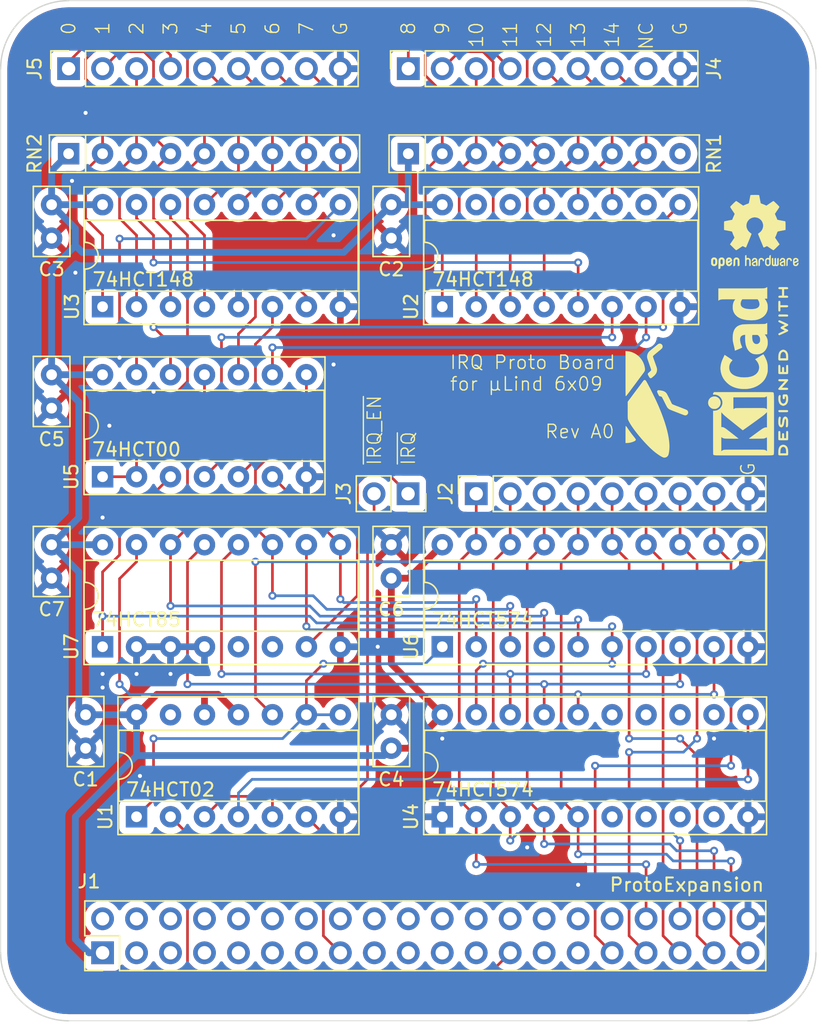
<source format=kicad_pcb>
(kicad_pcb (version 20240108) (generator "pcbnew") (generator_version "8.0")
  (layers (0 "F.Cu" signal) (31 "B.Cu" signal) (34 "B.Paste" user) (35 "F.Paste" user) (36 "B.SilkS" user "B.Silkscreen") (37 "F.SilkS" user "F.Silkscreen") (38 "B.Mask" user) (39 "F.Mask" user) (44 "Edge.Cuts" user))
  (net 0 "")
  (net 1 "GND")
  (net 2 "VCC")
  (net 3 "/D5")
  (net 5 "/~{WR}")
  (net 7 "/D4")
  (net 8 "/D1")
  (net 11 "/D0")
  (net 13 "/D7")
  (net 14 "/D6")
  (net 15 "/D2")
  (net 17 "/~{RD}")
  (net 18 "/D3")
  (net 20 "/~{IRQ_EN}")
  (net 21 "/~{IRQ}")
  (net 23 "Net-(U4-Cp)")
  (net 24 "Net-(U6-Cp)")
  (net 25 "Net-(U6-OE)")
  (net 26 "Net-(U2-S2)")
  (net 27 "Net-(U2-EI)")
  (net 30 "Net-(U2-S0)")
  (net 31 "Net-(U2-S1)")
  (net 33 "Net-(U3-S0)")
  (net 34 "Net-(U3-S1)")
  (net 35 "Net-(U3-S2)")
  (net 36 "Net-(U3-GS)")
  (net 42 "Net-(U4-Q1)")
  (net 43 "Net-(U4-Q0)")
  (net 44 "Net-(U4-Q2)")
  (net 47 "Net-(U4-Q3)")
  (net 49 "Net-(U6-D1)")
  (net 50 "Net-(U6-D0)")
  (net 51 "Net-(U6-D3)")
  (net 52 "Net-(U6-D2)")
  (net 56 "~{IRQ_13}")
  (net 57 "~{IRQ_8}")
  (net 58 "~{IRQ_10}")
  (net 59 "~{IRQ_9}")
  (net 60 "~{IRQ_11}")
  (net 61 "~{IRQ_14}")
  (net 62 "~{IRQ_12}")
  (net 63 "~{IRQ_5}")
  (net 64 "~{IRQ_3}")
  (net 65 "~{IRQ_0}")
  (net 66 "~{IRQ_1}")
  (net 67 "~{IRQ_6}")
  (net 68 "~{IRQ_7}")
  (net 69 "~{IRQ_2}")
  (net 70 "~{IRQ_4}")
  (footprint "Connector_PinSocket_2.54mm:PinSocket_1x09_P2.54mm_Vertical" (layer "F.Cu") (at 129.54 73.66 90)
    (property "Reference" "J5")
    (property "Value" "High IRQ" (hide yes))
  )
  (footprint "Symbol:OSHW-Logo2_7.3x6mm_SilkScreen" (layer "F.Cu") (at 180.848 85.852)
    (property "Reference" "REF**" (hide yes))
    (property "Value" "OSHW-Logo2_7.3x6mm_SilkScreen" (hide yes))
  )
  (footprint "Capacitor_THT:C_Disc_D5.0mm_W2.5mm_P2.50mm" (layer "F.Cu") (at 153.67 83.82 -90)
    (property "Reference" "C2")
    (property "Value" "100n" (hide yes))
  )
  (footprint "Connector_PinHeader_2.54mm:PinHeader_2x20_P2.54mm_Vertical" (layer "F.Cu") (at 132.08 139.7 90)
    (property "Reference" "J1")
    (property "Value" "ProtoExpansion")
  )
  (footprint "Package_DIP:DIP-16_W7.62mm_Socket" (layer "F.Cu") (at 132.08 116.84 90)
    (property "Reference" "U7")
    (property "Value" "74HCT85")
  )
  (footprint "Capacitor_THT:C_Disc_D5.0mm_W2.5mm_P2.50mm" (layer "F.Cu") (at 153.67 124.42 90)
    (property "Reference" "C4")
    (property "Value" "100n" (hide yes))
  )
  (footprint "Capacitor_THT:C_Disc_D5.0mm_W2.5mm_P2.50mm" (layer "F.Cu") (at 128.27 83.82 -90)
    (property "Reference" "C3")
    (property "Value" "100n" (hide yes))
  )
  (footprint "Connector_PinSocket_2.54mm:PinSocket_1x09_P2.54mm_Vertical" (layer "F.Cu") (at 154.94 73.66 90)
    (property "Reference" "J4")
    (property "Value" "Low IRQ" (hide yes))
  )
  (footprint "Package_DIP:DIP-16_W7.62mm_Socket" (layer "F.Cu") (at 132.08 91.44 90)
    (property "Reference" "U3")
    (property "Value" "74HCT148")
  )
  (footprint "Package_DIP:DIP-16_W7.62mm_Socket" (layer "F.Cu") (at 157.48 91.44 90)
    (property "Reference" "U2")
    (property "Value" "74HCT148")
  )
  (footprint "Resistor_THT:R_Array_SIP9" (layer "F.Cu") (at 129.54 80.01)
    (property "Reference" "RN2")
    (property "Value" "R_Network08" (hide yes))
  )
  (footprint "Package_DIP:DIP-14_W7.62mm_Socket" (layer "F.Cu") (at 132.08 104.14 90)
    (property "Reference" "U5")
    (property "Value" "74HCT00")
  )
  (footprint "Capacitor_THT:C_Disc_D5.0mm_W2.5mm_P2.50mm" (layer "F.Cu") (at 130.81 121.92 -90)
    (property "Reference" "C1")
    (property "Value" "100n" (hide yes))
  )
  (footprint "Capacitor_THT:C_Disc_D5.0mm_W2.5mm_P2.50mm" (layer "F.Cu") (at 153.67 111.72 90)
    (property "Reference" "C6")
    (property "Value" "100n" (hide yes))
  )
  (footprint "Capacitor_THT:C_Disc_D5.0mm_W2.5mm_P2.50mm" (layer "F.Cu") (at 128.27 109.22 -90)
    (property "Reference" "C7")
    (property "Value" "100n" (hide yes))
  )
  (footprint "Connector_PinSocket_2.54mm:PinSocket_1x09_P2.54mm_Vertical" (layer "F.Cu") (at 160.02 105.41 90)
    (property "Reference" "J2")
    (property "Value" "DataValue" (hide yes))
  )
  (footprint "Resistor_THT:R_Array_SIP9" (layer "F.Cu") (at 154.94 80.01)
    (property "Reference" "RN1")
    (property "Value" "R_Network08")
  )
  (footprint "Package_DIP:DIP-20_W7.62mm_Socket" (layer "F.Cu") (at 157.48 116.84 90)
    (property "Reference" "U6")
    (property "Value" "74HCT574")
  )
  (footprint "Connector_PinSocket_2.54mm:PinSocket_1x02_P2.54mm_Vertical" (layer "F.Cu") (at 154.92 105.41 -90)
    (property "Reference" "J3")
    (property "Value" "AUX" (hide yes))
  )
  (footprint "Symbol:KiCad-Logo2_5mm_SilkScreen" (layer "F.Cu") (at 180.34 96.266 90)
    (property "Reference" "REF**" (hide yes))
    (property "Value" "KiCad-Logo2_5mm_SilkScreen" (hide yes))
  )
  (footprint "kicad-lib:fly_6mm" (layer "F.Cu") (at 173.482 98.552)
    (property "Reference" "G***" (hide yes))
    (property "Value" "LOGO" (hide yes))
  )
  (footprint "Package_DIP:DIP-20_W7.62mm_Socket" (layer "F.Cu") (at 157.48 129.54 90)
    (property "Reference" "U4")
    (property "Value" "74HCT574")
  )
  (footprint "Package_DIP:DIP-14_W7.62mm_Socket" (layer "F.Cu") (at 134.62 129.54 90)
    (property "Reference" "U1")
    (property "Value" "74HCT02")
  )
  (footprint "Capacitor_THT:C_Disc_D5.0mm_W2.5mm_P2.50mm" (layer "F.Cu") (at 128.27 96.52 -90)
    (property "Reference" "C5")
    (property "Value" "100n" (hide yes))
  )
  (gr_line (start 185.420002 73.659998) (end 185.420002 139.700002) (stroke (width 0.05)) (layer "Edge.Cuts"))
  (gr_line (start 180.340002 68.579998) (end 129.539998 68.579998) (stroke (width 0.05)) (layer "Edge.Cuts"))
  (gr_arc (start 180.340002 68.579998) (mid 183.932104 70.067896) (end 185.420002 73.659998) (stroke (width 0.1)) (layer "Edge.Cuts"))
  (gr_arc (start 185.420002 139.700002) (mid 183.932104 143.292104) (end 180.340002 144.780002) (stroke (width 0.1)) (layer "Edge.Cuts"))
  (gr_arc (start 129.54 144.78) (mid 125.947898 143.292102) (end 124.46 139.7) (stroke (width 0.1)) (layer "Edge.Cuts"))
  (gr_line (start 129.54 144.78) (end 180.340002 144.780002) (stroke (width 0.05)) (layer "Edge.Cuts"))
  (gr_arc (start 124.459998 73.659998) (mid 125.947896 70.067896) (end 129.539998 68.579998) (stroke (width 0.1)) (layer "Edge.Cuts"))
  (gr_line (start 124.459998 73.659998) (end 124.46 139.7) (stroke (width 0.05)) (layer "Edge.Cuts"))
  (gr_text "2024-07-27" (at 126.492 116.84 -90) (layer "F.Cu") (effects (font (size 1 1) (thickness 0.1)) (justify left bottom)))
  (gr_text "~{IRQ}" (at 154.94 103.353 90) (layer "F.SilkS") (effects (font (size 1 1) (thickness 0.1)) (justify left)))
  (gr_text "IRQ Proto Board\nfor µLind 6x09" (at 157.988 97.79 0) (layer "F.SilkS") (effects (font (size 1 1) (thickness 0.1)) (justify left bottom)))
  (gr_text "9" (at 157.48 70.104 90) (layer "F.SilkS") (effects (font (size 1.016 1.016) (thickness 0.1016) (bold yes)) (justify right)))
  (gr_text "10" (at 160.02 70.104 90) (layer "F.SilkS") (effects (font (size 1.016 1.016) (thickness 0.1016) (bold yes)) (justify right)))
  (gr_text "G" (at 149.86 70.104 90) (layer "F.SilkS") (effects (font (size 1.016 1.016) (thickness 0.1016) (bold yes)) (justify right)))
  (gr_text "12" (at 165.1 70.104 90) (layer "F.SilkS") (effects (font (size 1.016 1.016) (thickness 0.1016) (bold yes)) (justify right)))
  (gr_text "8" (at 154.94 70.104 90) (layer "F.SilkS") (effects (font (size 1.016 1.016) (thickness 0.1016) (bold yes)) (justify right)))
  (gr_text "Rev A0" (at 165.1 101.346 0) (layer "F.SilkS") (effects (font (size 1 1) (thickness 0.1)) (justify left bottom)))
  (gr_text "NC" (at 172.72 70.104 90) (layer "F.SilkS") (effects (font (size 1.016 1.016) (thickness 0.1016) (bold yes)) (justify right)))
  (gr_text "7" (at 147.32 70.104 90) (layer "F.SilkS") (effects (font (size 1.016 1.016) (thickness 0.1016) (bold yes)) (justify right)))
  (gr_text "1" (at 132.08 70.104 90) (layer "F.SilkS") (effects (font (size 1.016 1.016) (thickness 0.1016) (bold yes)) (justify right)))
  (gr_text "11" (at 162.56 70.104 90) (layer "F.SilkS") (effects (font (size 1.016 1.016) (thickness 0.1016) (bold yes)) (justify right)))
  (gr_text "6" (at 144.78 70.104 90) (layer "F.SilkS") (effects (font (size 1.016 1.016) (thickness 0.1016) (bold yes)) (justify right)))
  (gr_text "14" (at 170.18 70.104 90) (layer "F.SilkS") (effects (font (size 1.016 1.016) (thickness 0.1016) (bold yes)) (justify right)))
  (gr_text "0" (at 129.54 70.104 90) (layer "F.SilkS") (effects (font (size 1.016 1.016) (thickness 0.1016) (bold yes)) (justify right)))
  (gr_text "G" (at 180.9215 104.14 90) (layer "F.SilkS") (effects (font (size 1 1) (thickness 0.1)) (justify left bottom)))
  (gr_text "~{IRQ_EN}" (at 152.4 103.353 90) (layer "F.SilkS") (effects (font (size 1 1) (thickness 0.1)) (justify left)))
  (gr_text "4" (at 139.7 70.104 90) (layer "F.SilkS") (effects (font (size 1.016 1.016) (thickness 0.1016) (bold yes)) (justify right)))
  (gr_text "13" (at 167.64 70.104 90) (layer "F.SilkS") (effects (font (size 1.016 1.016) (thickness 0.1016) (bold yes)) (justify right)))
  (gr_text "2" (at 134.62 70.104 90) (layer "F.SilkS") (effects (font (size 1.016 1.016) (thickness 0.1016) (bold yes)) (justify right)))
  (gr_text "5" (at 142.24 70.104 90) (layer "F.SilkS") (effects (font (size 1.016 1.016) (thickness 0.1016) (bold yes)) (justify right)))
  (gr_text "G" (at 175.26 70.104 90) (layer "F.SilkS") (effects (font (size 1.016 1.016) (thickness 0.1016) (bold yes)) (justify right)))
  (gr_text "3" (at 137.16 70.104 90) (layer "F.SilkS") (effects (font (size 1.016 1.016) (thickness 0.1016) (bold yes)) (justify right)))
  (via (at 157.48 123.698) (size 0.6) (drill 0.3) (layers "F.Cu" "B.Cu") (net 1))
  (via (at 167.64 134.62) (size 0.6) (drill 0.3) (layers "F.Cu" "B.Cu") (net 1))
  (via (at 149.352 95.758) (size 0.6) (drill 0.3) (layers "F.Cu" "B.Cu") (net 1))
  (via (at 152.654 116.84) (size 0.6) (drill 0.3) (layers "F.Cu" "B.Cu") (net 1))
  (via (at 149.352 86.106) (size 0.6) (drill 0.3) (layers "F.Cu" "B.Cu") (net 1))
  (via (at 137.16 118.872) (size 0.6) (drill 0.3) (layers "F.Cu" "B.Cu") (net 1))
  (via (at 177.8 123.698) (size 0.6) (drill 0.3) (layers "F.Cu" "B.Cu") (net 1))
  (via (at 132.08 119.888) (size 0.6) (drill 0.3) (layers "F.Cu" "B.Cu") (net 1))
  (via (at 132.08 107.188) (size 0.6) (drill 0.3) (layers "F.Cu" "B.Cu") (net 1))
  (via (at 163.83 131.826) (size 0.6) (drill 0.3) (layers "F.Cu" "B.Cu") (net 1))
  (via (at 134.62 118.872) (size 0.6) (drill 0.3) (layers "F.Cu" "B.Cu") (net 1))
  (via (at 134.874 126.492) (size 0.6) (drill 0.3) (layers "F.Cu" "B.Cu") (net 1))
  (via (at 130.048 88.9) (size 0.6) (drill 0.3) (layers "F.Cu" "B.Cu") (net 1))
  (via (at 132.08 118.872) (size 0.6) (drill 0.3) (layers "F.Cu" "B.Cu") (net 1))
  (via (at 132.588 100.33) (size 0.6) (drill 0.3) (layers "F.Cu" "B.Cu") (net 1))
  (via (at 130.81 76.962) (size 0.6) (drill 0.3) (layers "F.Cu" "B.Cu") (net 1))
  (via (at 133.35 95.25) (size 0.6) (drill 0.3) (layers "F.Cu" "B.Cu") (net 1))
  (via (at 129.794 82.042) (size 0.6) (drill 0.3) (layers "F.Cu" "B.Cu") (net 1))
  (via (at 135.89 97.79) (size 0.6) (drill 0.3) (layers "F.Cu" "B.Cu") (net 1))
  (segment (start 139.7 120.396) (end 139.7 121.92) (width 0.508) (layer "F.Cu") (net 2))
  (segment (start 134.62 121.92) (end 136.144 120.396) (width 0.508) (layer "F.Cu") (net 2))
  (segment (start 139.7 120.396) (end 140.716 120.396) (width 0.508) (layer "F.Cu") (net 2))
  (segment (start 153.67 118.11) (end 153.67 111.72) (width 0.508) (layer "F.Cu") (net 2))
  (segment (start 154.98 124.42) (end 153.67 124.42) (width 0.508) (layer "F.Cu") (net 2))
  (segment (start 154.98 111.72) (end 157.48 109.22) (width 0.508) (layer "F.Cu") (net 2))
  (segment (start 140.716 120.396) (end 142.24 121.92) (width 0.508) (layer "F.Cu") (net 2))
  (segment (start 157.48 121.92) (end 154.98 124.42) (width 0.508) (layer "F.Cu") (net 2))
  (segment (start 153.67 111.72) (end 154.98 111.72) (width 0.508) (layer "F.Cu") (net 2))
  (segment (start 136.144 120.396) (end 139.7 120.396) (width 0.508) (layer "F.Cu") (net 2))
  (segment (start 157.48 121.92) (end 153.67 118.11) (width 0.508) (layer "F.Cu") (net 2))
  (segment (start 134.62 124.968) (end 153.122 124.968) (width 0.508) (layer "B.Cu") (net 2))
  (segment (start 134.62 121.92) (end 134.62 124.968) (width 0.508) (layer "B.Cu") (net 2))
  (segment (start 130.81 121.92) (end 130.302 121.412) (width 0.508) (layer "B.Cu") (net 2))
  (segment (start 134.62 121.92) (end 130.81 121.92) (width 0.508) (layer "B.Cu") (net 2))
  (segment (start 153.67 83.82) (end 154.94 83.82) (width 0.508) (layer "B.Cu") (net 2))
  (segment (start 129.54 80.01) (end 128.27 81.28) (width 0.508) (layer "B.Cu") (net 2))
  (segment (start 128.27 81.28) (end 128.27 83.82) (width 0.508) (layer "B.Cu") (net 2))
  (segment (start 128.27 88.646) (end 130.048 86.868) (width 0.508) (layer "B.Cu") (net 2))
  (segment (start 154.94 83.82) (end 154.94 80.01) (width 0.508) (layer "B.Cu") (net 2))
  (segment (start 128.27 96.52) (end 128.27 88.646) (width 0.508) (layer "B.Cu") (net 2))
  (segment (start 153.122 124.968) (end 153.67 124.42) (width 0.508) (layer "B.Cu") (net 2))
  (segment (start 130.048 86.868) (end 130.556 87.376) (width 0.508) (layer "B.Cu") (net 2))
  (segment (start 132.08 139.7) (end 131.064 139.7) (width 0.508) (layer "B.Cu") (net 2))
  (segment (start 130.302 107.188) (end 130.302 98.552) (width 0.508) (layer "B.Cu") (net 2))
  (segment (start 128.27 109.22) (end 130.302 107.188) (width 0.508) (layer "B.Cu") (net 2))
  (segment (start 128.27 83.82) (end 132.08 83.82) (width 0.508) (layer "B.Cu") (net 2))
  (segment (start 130.302 98.552) (end 128.27 96.52) (width 0.508) (layer "B.Cu") (net 2))
  (segment (start 130.302 121.412) (end 130.302 111.252) (width 0.508) (layer "B.Cu") (net 2))
  (segment (start 150.114 87.376) (end 153.67 83.82) (width 0.508) (layer "B.Cu") (net 2))
  (segment (start 130.556 87.376) (end 150.114 87.376) (width 0.508) (layer "B.Cu") (net 2))
  (segment (start 130.048 138.684) (end 130.048 129.54) (width 0.508) (layer "B.Cu") (net 2))
  (segment (start 130.048 129.54) (end 134.62 124.968) (width 0.508) (layer "B.Cu") (net 2))
  (segment (start 131.064 139.7) (end 130.048 138.684) (width 0.508) (layer "B.Cu") (net 2))
  (segment (start 132.08 109.22) (end 128.27 109.22) (width 0.508) (layer "B.Cu") (net 2))
  (segment (start 130.302 111.252) (end 128.27 109.22) (width 0.508) (layer "B.Cu") (net 2))
  (segment (start 128.27 96.52) (end 132.08 96.52) (width 0.508) (layer "B.Cu") (net 2))
  (segment (start 130.048 86.868) (end 130.048 85.598) (width 0.508) (layer "B.Cu") (net 2))
  (segment (start 130.048 85.598) (end 128.27 83.82) (width 0.508) (layer "B.Cu") (net 2))
  (segment (start 154.94 83.82) (end 157.48 83.82) (width 0.508) (layer "B.Cu") (net 2))
  (segment (start 172.72 105.41) (end 172.72 109.22) (width 0.2) (layer "F.Cu") (net 3))
  (segment (start 172.72 109.22) (end 173.99 110.49) (width 0.2) (layer "F.Cu") (net 3))
  (segment (start 173.99 110.49) (end 173.99 138.43) (width 0.2) (layer "F.Cu") (net 3))
  (segment (start 173.99 138.43) (end 175.26 139.7) (width 0.2) (layer "F.Cu") (net 3))
  (segment (start 148.59 130.81) (end 147.32 129.54) (width 0.2) (layer "F.Cu") (net 5))
  (segment (start 148.59 138.43) (end 148.59 130.81) (width 0.2) (layer "F.Cu") (net 5))
  (segment (start 149.86 139.7) (end 148.59 138.43) (width 0.2) (layer "F.Cu") (net 5))
  (segment (start 170.18 109.22) (end 170.18 105.41) (width 0.2) (layer "F.Cu") (net 7))
  (segment (start 171.45 123.698) (end 171.45 110.49) (width 0.2) (layer "F.Cu") (net 7))
  (segment (start 176.53 124.968) (end 176.53 138.43) (width 0.2) (layer "F.Cu") (net 7))
  (segment (start 171.45 110.49) (end 170.18 109.22) (width 0.2) (layer "F.Cu") (net 7))
  (segment (start 176.53 138.43) (end 177.8 139.7) (width 0.2) (layer "F.Cu") (net 7))
  (segment (start 175.26 123.698) (end 176.53 124.968) (width 0.2) (layer "F.Cu") (net 7))
  (via (at 175.26 123.698) (size 0.6) (drill 0.3) (layers "F.Cu" "B.Cu") (net 7))
  (via (at 171.45 123.698) (size 0.6) (drill 0.3) (layers "F.Cu" "B.Cu") (net 7))
  (segment (start 171.45 123.698) (end 175.26 123.698) (width 0.2) (layer "B.Cu") (net 7))
  (segment (start 162.56 105.41) (end 162.56 109.22) (width 0.2) (layer "F.Cu") (net 8))
  (segment (start 161.29 127.762) (end 162.56 129.032) (width 0.2) (layer "F.Cu") (net 8))
  (segment (start 162.56 109.22) (end 161.29 110.49) (width 0.2) (layer "F.Cu") (net 8))
  (segment (start 162.56 131.318) (end 162.56 129.54) (width 0.2) (layer "F.Cu") (net 8))
  (segment (start 175.26 137.16) (end 175.26 131.318) (width 0.2) (layer "F.Cu") (net 8))
  (segment (start 162.56 129.032) (end 162.56 129.54) (width 0.2) (layer "F.Cu") (net 8))
  (segment (start 161.29 110.49) (end 161.29 127.762) (width 0.2) (layer "F.Cu") (net 8))
  (via (at 175.26 131.318) (size 0.6) (drill 0.3) (layers "F.Cu" "B.Cu") (net 8))
  (via (at 162.56 131.318) (size 0.6) (drill 0.3) (layers "F.Cu" "B.Cu") (net 8))
  (segment (start 174.752 130.81) (end 163.068 130.81) (width 0.2) (layer "B.Cu") (net 8))
  (segment (start 163.068 130.81) (end 162.56 131.318) (width 0.2) (layer "B.Cu") (net 8))
  (segment (start 175.26 131.318) (end 174.752 130.81) (width 0.2) (layer "B.Cu") (net 8))
  (segment (start 160.02 133.096) (end 160.02 129.54) (width 0.2) (layer "F.Cu") (net 11))
  (segment (start 172.72 137.16) (end 172.72 133.096) (width 0.2) (layer "F.Cu") (net 11))
  (segment (start 160.02 109.22) (end 160.02 105.41) (width 0.2) (layer "F.Cu") (net 11))
  (segment (start 158.75 128.27) (end 160.02 129.54) (width 0.2) (layer "F.Cu") (net 11))
  (segment (start 160.02 109.22) (end 158.75 110.49) (width 0.2) (layer "F.Cu") (net 11))
  (segment (start 158.75 110.49) (end 158.75 128.27) (width 0.2) (layer "F.Cu") (net 11))
  (via (at 160.02 133.096) (size 0.6) (drill 0.3) (layers "F.Cu" "B.Cu") (net 11))
  (via (at 172.72 133.096) (size 0.6) (drill 0.3) (layers "F.Cu" "B.Cu") (net 11))
  (segment (start 160.02 133.096) (end 172.72 133.096) (width 0.2) (layer "B.Cu") (net 11))
  (segment (start 168.91 138.43) (end 170.18 139.7) (width 0.2) (layer "F.Cu") (net 13))
  (segment (start 179.07 110.49) (end 177.8 109.22) (width 0.2) (layer "F.Cu") (net 13))
  (segment (start 177.8 105.41) (end 177.8 109.22) (width 0.2) (layer "F.Cu") (net 13))
  (segment (start 168.91 125.73) (end 168.91 138.43) (width 0.2) (layer "F.Cu") (net 13))
  (segment (start 179.07 125.73) (end 179.07 110.49) (width 0.2) (layer "F.Cu") (net 13))
  (via (at 179.07 125.73) (size 0.6) (drill 0.3) (layers "F.Cu" "B.Cu") (net 13))
  (via (at 168.91 125.73) (size 0.6) (drill 0.3) (layers "F.Cu" "B.Cu") (net 13))
  (segment (start 168.91 125.73) (end 179.07 125.73) (width 0.2) (layer "B.Cu") (net 13))
  (segment (start 171.45 138.43) (end 171.45 124.714) (width 0.2) (layer "F.Cu") (net 14))
  (segment (start 172.72 139.7) (end 171.45 138.43) (width 0.2) (layer "F.Cu") (net 14))
  (segment (start 176.53 110.49) (end 175.26 109.22) (width 0.2) (layer "F.Cu") (net 14))
  (segment (start 176.53 123.698) (end 176.53 110.49) (width 0.2) (layer "F.Cu") (net 14))
  (segment (start 175.26 105.41) (end 175.26 109.22) (width 0.2) (layer "F.Cu") (net 14))
  (via (at 171.45 124.714) (size 0.6) (drill 0.3) (layers "F.Cu" "B.Cu") (net 14))
  (via (at 176.53 123.698) (size 0.6) (drill 0.3) (layers "F.Cu" "B.Cu") (net 14))
  (segment (start 175.514 124.714) (end 171.45 124.714) (width 0.2) (layer "B.Cu") (net 14))
  (segment (start 176.53 123.698) (end 175.514 124.714) (width 0.2) (layer "B.Cu") (net 14))
  (segment (start 163.83 110.49) (end 163.83 128.27) (width 0.2) (layer "F.Cu") (net 15))
  (segment (start 177.8 137.16) (end 177.8 132.08) (width 0.2) (layer "F.Cu") (net 15))
  (segment (start 163.83 128.27) (end 165.1 129.54) (width 0.2) (layer "F.Cu") (net 15))
  (segment (start 165.1 109.22) (end 163.83 110.49) (width 0.2) (layer "F.Cu") (net 15))
  (segment (start 165.1 131.572) (end 165.1 129.54) (width 0.2) (layer "F.Cu") (net 15))
  (segment (start 165.1 109.22) (end 165.1 105.41) (width 0.2) (layer "F.Cu") (net 15))
  (via (at 165.1 131.572) (size 0.6) (drill 0.3) (layers "F.Cu" "B.Cu") (net 15))
  (via (at 177.8 132.08) (size 0.6) (drill 0.3) (layers "F.Cu" "B.Cu") (net 15))
  (segment (start 175.006 132.08) (end 174.498 131.572) (width 0.2) (layer "B.Cu") (net 15))
  (segment (start 174.498 131.572) (end 165.1 131.572) (width 0.2) (layer "B.Cu") (net 15))
  (segment (start 177.8 132.08) (end 175.006 132.08) (width 0.2) (layer "B.Cu") (net 15))
  (segment (start 138.43 140.462) (end 139.192 141.224) (width 0.2) (layer "F.Cu") (net 17))
  (segment (start 138.43 130.81) (end 138.43 140.462) (width 0.2) (layer "F.Cu") (net 17))
  (segment (start 137.16 129.54) (end 138.43 130.81) (width 0.2) (layer "F.Cu") (net 17))
  (segment (start 139.192 141.224) (end 161.036 141.224) (width 0.2) (layer "F.Cu") (net 17))
  (segment (start 161.036 141.224) (end 162.56 139.7) (width 0.2) (layer "F.Cu") (net 17))
  (segment (start 166.37 110.49) (end 166.37 128.27) (width 0.2) (layer "F.Cu") (net 18))
  (segment (start 179.07 138.43) (end 180.34 139.7) (width 0.2) (layer "F.Cu") (net 18))
  (segment (start 179.07 132.842) (end 179.07 138.43) (width 0.2) (layer "F.Cu") (net 18))
  (segment (start 167.64 105.41) (end 167.64 109.22) (width 0.2) (layer "F.Cu") (net 18))
  (segment (start 166.37 128.27) (end 167.64 129.54) (width 0.2) (layer "F.Cu") (net 18))
  (segment (start 167.64 109.22) (end 166.37 110.49) (width 0.2) (layer "F.Cu") (net 18))
  (segment (start 167.64 129.54) (end 167.64 132.334) (width 0.2) (layer "F.Cu") (net 18))
  (via (at 179.07 132.842) (size 0.6) (drill 0.3) (layers "F.Cu" "B.Cu") (net 18))
  (via (at 167.64 132.334) (size 0.6) (drill 0.3) (layers "F.Cu" "B.Cu") (net 18))
  (segment (start 174.752 132.842) (end 179.07 132.842) (width 0.2) (layer "B.Cu") (net 18))
  (segment (start 174.244 132.334) (end 174.752 132.842) (width 0.2) (layer "B.Cu") (net 18))
  (segment (start 167.64 132.334) (end 174.244 132.334) (width 0.2) (layer "B.Cu") (net 18))
  (segment (start 150.622 128.016) (end 146.304 128.016) (width 0.2) (layer "F.Cu") (net 20))
  (segment (start 152.38 105.41) (end 152.38 106.954) (width 0.2) (layer "F.Cu") (net 20))
  (segment (start 146.304 128.016) (end 144.78 128.016) (width 0.2) (layer "F.Cu") (net 20))
  (segment (start 151.892 126.746) (end 150.622 128.016) (width 0.2) (layer "F.Cu") (net 20))
  (segment (start 141.224 128.016) (end 139.7 129.54) (width 0.2) (layer "F.Cu") (net 20))
  (segment (start 152.38 106.954) (end 151.892 107.442) (width 0.2) (layer "F.Cu") (net 20))
  (segment (start 151.892 107.442) (end 151.892 126.746) (width 0.2) (layer "F.Cu") (net 20))
  (segment (start 144.78 128.016) (end 144.78 129.54) (width 0.2) (layer "F.Cu") (net 20))
  (segment (start 146.304 128.016) (end 141.224 128.016) (width 0.2) (layer "F.Cu") (net 20))
  (segment (start 151.13 104.648) (end 151.892 103.886) (width 0.2) (layer "F.Cu") (net 21))
  (segment (start 147.32 116.84) (end 151.13 113.03) (width 0.2) (layer "F.Cu") (net 21))
  (segment (start 151.13 113.03) (end 151.13 104.648) (width 0.2) (layer "F.Cu") (net 21))
  (segment (start 151.892 103.886) (end 153.396 103.886) (width 0.2) (layer "F.Cu") (net 21))
  (segment (start 153.396 103.886) (end 154.92 105.41) (width 0.2) (layer "F.Cu") (net 21))
  (segment (start 180.34 121.92) (end 180.34 126.746) (width 0.2) (layer "F.Cu") (net 23))
  (via (at 180.34 126.746) (size 0.6) (drill 0.3) (layers "F.Cu" "B.Cu") (net 23))
  (segment (start 143.256 126.746) (end 142.24 127.762) (width 0.2) (layer "B.Cu") (net 23))
  (segment (start 142.24 127.762) (end 142.24 129.54) (width 0.2) (layer "B.Cu") (net 23))
  (segment (start 180.34 126.746) (end 143.256 126.746) (width 0.2) (layer "B.Cu") (net 23))
  (segment (start 143.51 120.65) (end 143.51 110.49) (width 0.2) (layer "F.Cu") (net 24))
  (segment (start 144.78 121.92) (end 143.51 120.65) (width 0.2) (layer "F.Cu") (net 24))
  (via (at 143.51 110.49) (size 0.6) (drill 0.3) (layers "F.Cu" "B.Cu") (net 24))
  (segment (start 143.51 110.49) (end 179.07 110.49) (width 0.2) (layer "B.Cu") (net 24))
  (segment (start 179.07 110.49) (end 180.34 109.22) (width 0.2) (layer "B.Cu") (net 24))
  (segment (start 134.62 129.54) (end 135.89 128.27) (width 0.2) (layer "F.Cu") (net 25))
  (segment (start 148.59 118.11) (end 147.32 119.38) (width 0.2) (layer "F.Cu") (net 25))
  (segment (start 135.89 128.27) (end 135.89 123.698) (width 0.2) (layer "F.Cu") (net 25))
  (segment (start 147.32 119.38) (end 147.32 121.92) (width 0.2) (layer "F.Cu") (net 25))
  (via (at 148.59 118.11) (size 0.6) (drill 0.3) (layers "F.Cu" "B.Cu") (net 25))
  (via (at 135.89 123.698) (size 0.6) (drill 0.3) (layers "F.Cu" "B.Cu") (net 25))
  (segment (start 149.86 121.92) (end 147.32 121.92) (width 0.2) (layer "B.Cu") (net 25))
  (segment (start 135.89 123.698) (end 145.542 123.698) (width 0.2) (layer "B.Cu") (net 25))
  (segment (start 145.542 123.698) (end 147.32 121.92) (width 0.2) (layer "B.Cu") (net 25))
  (segment (start 148.59 118.11) (end 156.21 118.11) (width 0.2) (layer "B.Cu") (net 25))
  (segment (start 156.21 118.11) (end 157.48 116.84) (width 0.2) (layer "B.Cu") (net 25))
  (segment (start 140.97 102.87) (end 140.97 93.726) (width 0.2) (layer "F.Cu") (net 26))
  (segment (start 170.18 93.726) (end 170.18 91.44) (width 0.2) (layer "F.Cu") (net 26))
  (segment (start 139.7 104.14) (end 140.97 102.87) (width 0.2) (layer "F.Cu") (net 26))
  (via (at 170.18 93.726) (size 0.6) (drill 0.3) (layers "F.Cu" "B.Cu") (net 26))
  (via (at 140.97 93.726) (size 0.6) (drill 0.3) (layers "F.Cu" "B.Cu") (net 26))
  (segment (start 140.97 93.726) (end 170.18 93.726) (width 0.2) (layer "B.Cu") (net 26))
  (segment (start 135.89 86.106) (end 134.62 84.836) (width 0.2) (layer "F.Cu") (net 27))
  (segment (start 167.64 88.138) (end 167.64 91.44) (width 0.2) (layer "F.Cu") (net 27))
  (segment (start 134.62 84.836) (end 134.62 83.82) (width 0.2) (layer "F.Cu") (net 27))
  (segment (start 135.89 88.138) (end 135.89 86.106) (width 0.2) (layer "F.Cu") (net 27))
  (via (at 167.64 88.138) (size 0.6) (drill 0.3) (layers "F.Cu" "B.Cu") (net 27))
  (via (at 135.89 88.138) (size 0.6) (drill 0.3) (layers "F.Cu" "B.Cu") (net 27))
  (segment (start 135.89 88.138) (end 167.64 88.138) (width 0.2) (layer "B.Cu") (net 27))
  (segment (start 137.16 94.234) (end 135.89 92.964) (width 0.2) (layer "F.Cu") (net 30))
  (segment (start 173.99 92.964) (end 173.99 85.09) (width 0.2) (layer "F.Cu") (net 30))
  (segment (start 173.99 85.09) (end 175.26 83.82) (width 0.2) (layer "F.Cu") (net 30))
  (segment (start 137.16 96.52) (end 137.16 94.234) (width 0.2) (layer "F.Cu") (net 30))
  (via (at 173.99 92.964) (size 0.6) (drill 0.3) (layers "F.Cu" "B.Cu") (net 30))
  (via (at 135.89 92.964) (size 0.6) (drill 0.3) (layers "F.Cu" "B.Cu") (net 30))
  (segment (start 135.89 92.964) (end 173.99 92.964) (width 0.2) (layer "B.Cu") (net 30))
  (segment (start 144.78 96.52) (end 144.78 94.488) (width 0.2) (layer "F.Cu") (net 31))
  (segment (start 172.72 93.726) (end 172.72 91.44) (width 0.2) (layer "F.Cu") (net 31))
  (via (at 144.78 94.488) (size 0.6) (drill 0.3) (layers "F.Cu" "B.Cu") (net 31))
  (via (at 172.72 93.726) (size 0.6) (drill 0.3) (layers "F.Cu" "B.Cu") (net 31))
  (segment (start 171.958 94.488) (end 144.78 94.488) (width 0.2) (layer "B.Cu") (net 31))
  (segment (start 172.72 93.726) (end 171.958 94.488) (width 0.2) (layer "B.Cu") (net 31))
  (segment (start 133.35 92.71) (end 133.35 86.36) (width 0.2) (layer "F.Cu") (net 33))
  (segment (start 134.62 96.52) (end 134.62 93.98) (width 0.2) (layer "F.Cu") (net 33))
  (segment (start 134.62 93.98) (end 133.35 92.71) (width 0.2) (layer "F.Cu") (net 33))
  (via (at 133.35 86.36) (size 0.6) (drill 0.3) (layers "F.Cu" "B.Cu") (net 33))
  (segment (start 147.32 86.36) (end 149.86 83.82) (width 0.2) (layer "B.Cu") (net 33))
  (segment (start 133.35 86.36) (end 147.32 86.36) (width 0.2) (layer "B.Cu") (net 33))
  (segment (start 142.24 96.52) (end 142.24 93.472) (width 0.2) (layer "F.Cu") (net 34))
  (segment (start 143.51 90.424) (end 144.018 89.916) (width 0.2) (layer "F.Cu") (net 34))
  (segment (start 142.24 93.472) (end 143.51 92.202) (width 0.2) (layer "F.Cu") (net 34))
  (segment (start 144.018 89.916) (end 146.558 89.916) (width 0.2) (layer "F.Cu") (net 34))
  (segment (start 146.558 89.916) (end 147.32 90.678) (width 0.2) (layer "F.Cu") (net 34))
  (segment (start 147.32 90.678) (end 147.32 91.44) (width 0.2) (layer "F.Cu") (net 34))
  (segment (start 143.51 92.202) (end 143.51 90.424) (width 0.2) (layer "F.Cu") (net 34))
  (segment (start 144.78 92.964) (end 144.78 91.44) (width 0.2) (layer "F.Cu") (net 35))
  (segment (start 142.24 104.14) (end 143.51 102.87) (width 0.2) (layer "F.Cu") (net 35))
  (segment (start 143.51 94.234) (end 144.78 92.964) (width 0.2) (layer "F.Cu") (net 35))
  (segment (start 143.51 102.87) (end 143.51 94.234) (width 0.2) (layer "F.Cu") (net 35))
  (segment (start 138.43 97.028) (end 134.62 100.838) (width 0.2) (layer "F.Cu") (net 36))
  (segment (start 138.43 86.106) (end 138.43 97.028) (width 0.2) (layer "F.Cu") (net 36))
  (segment (start 134.62 104.14) (end 132.08 104.14) (width 0.2) (layer "F.Cu") (net 36))
  (segment (start 134.62 100.838) (end 134.62 104.14) (width 0.2) (layer "F.Cu") (net 36))
  (segment (start 137.16 84.836) (end 138.43 86.106) (width 0.2) (layer "F.Cu") (net 36))
  (segment (start 137.16 83.82) (end 137.16 84.836) (width 0.2) (layer "F.Cu") (net 36))
  (segment (start 140.97 118.872) (end 140.97 110.49) (width 0.2) (layer "F.Cu") (net 42))
  (segment (start 172.72 116.84) (end 172.72 118.872) (width 0.2) (layer "F.Cu") (net 42))
  (segment (start 140.97 110.49) (end 142.24 109.22) (width 0.2) (layer "F.Cu") (net 42))
  (segment (start 162.56 118.872) (end 162.56 121.92) (width 0.2) (layer "F.Cu") (net 42))
  (via (at 172.72 118.872) (size 0.6) (drill 0.3) (layers "F.Cu" "B.Cu") (net 42))
  (via (at 140.97 118.872) (size 0.6) (drill 0.3) (layers "F.Cu" "B.Cu") (net 42))
  (via (at 162.56 118.872) (size 0.6) (drill 0.3) (layers "F.Cu" "B.Cu") (net 42))
  (segment (start 172.72 118.872) (end 162.56 118.872) (width 0.2) (layer "B.Cu") (net 42))
  (segment (start 162.56 118.872) (end 140.97 118.872) (width 0.2) (layer "B.Cu") (net 42))
  (segment (start 147.32 115.316) (end 147.32 109.22) (width 0.2) (layer "F.Cu") (net 43))
  (segment (start 170.18 116.84) (end 170.18 115.316) (width 0.2) (layer "F.Cu") (net 43))
  (segment (start 170.18 116.84) (end 170.18 118.11) (width 0.2) (layer "F.Cu") (net 43))
  (segment (start 160.528 118.11) (end 160.02 118.618) (width 0.2) (layer "F.Cu") (net 43))
  (segment (start 160.02 118.618) (end 160.02 121.92) (width 0.2) (layer "F.Cu") (net 43))
  (via (at 170.18 118.11) (size 0.6) (drill 0.3) (layers "F.Cu" "B.Cu") (net 43))
  (via (at 170.18 115.316) (size 0.6) (drill 0.3) (layers "F.Cu" "B.Cu") (net 43))
  (via (at 160.528 118.11) (size 0.6) (drill 0.3) (layers "F.Cu" "B.Cu") (net 43))
  (via (at 147.32 115.316) (size 0.6) (drill 0.3) (layers "F.Cu" "B.Cu") (net 43))
  (segment (start 169.926 115.57) (end 147.574 115.57) (width 0.2) (layer "B.Cu") (net 43))
  (segment (start 147.574 115.57) (end 147.32 115.316) (width 0.2) (layer "B.Cu") (net 43))
  (segment (start 170.18 115.316) (end 169.926 115.57) (width 0.2) (layer "B.Cu") (net 43))
  (segment (start 160.528 118.11) (end 170.18 118.11) (width 0.2) (layer "B.Cu") (net 43))
  (segment (start 138.43 110.49) (end 139.7 109.22) (width 0.2) (layer "F.Cu") (net 44))
  (segment (start 165.1 119.634) (end 165.1 121.92) (width 0.2) (layer "F.Cu") (net 44))
  (segment (start 175.26 116.84) (end 175.26 119.634) (width 0.2) (layer "F.Cu") (net 44))
  (segment (start 138.43 119.634) (end 138.43 110.49) (width 0.2) (layer "F.Cu") (net 44))
  (via (at 175.26 119.634) (size 0.6) (drill 0.3) (layers "F.Cu" "B.Cu") (net 44))
  (via (at 165.1 119.634) (size 0.6) (drill 0.3) (layers "F.Cu" "B.Cu") (net 44))
  (via (at 138.43 119.634) (size 0.6) (drill 0.3) (layers "F.Cu" "B.Cu") (net 44))
  (segment (start 165.1 119.634) (end 138.43 119.634) (width 0.2) (layer "B.Cu") (net 44))
  (segment (start 175.26 119.634) (end 165.1 119.634) (width 0.2) (layer "B.Cu") (net 44))
  (segment (start 177.8 116.84) (end 177.8 120.396) (width 0.2) (layer "F.Cu") (net 47))
  (segment (start 134.62 110.49) (end 134.62 109.22) (width 0.2) (layer "F.Cu") (net 47))
  (segment (start 167.64 120.396) (end 167.64 121.92) (width 0.2) (layer "F.Cu") (net 47))
  (segment (start 133.35 119.634) (end 133.35 111.76) (width 0.2) (layer "F.Cu") (net 47))
  (segment (start 133.35 111.76) (end 134.62 110.49) (width 0.2) (layer "F.Cu") (net 47))
  (via (at 177.8 120.396) (size 0.6) (drill 0.3) (layers "F.Cu" "B.Cu") (net 47))
  (via (at 167.64 120.396) (size 0.6) (drill 0.3) (layers "F.Cu" "B.Cu") (net 47))
  (via (at 133.35 119.634) (size 0.6) (drill 0.3) (layers "F.Cu" "B.Cu") (net 47))
  (segment (start 167.64 120.396) (end 134.112 120.396) (width 0.2) (layer "B.Cu") (net 47))
  (segment (start 134.112 120.396) (end 133.35 119.634) (width 0.2) (layer "B.Cu") (net 47))
  (segment (start 177.8 120.396) (end 167.64 120.396) (width 0.2) (layer "B.Cu") (net 47))
  (segment (start 143.51 107.95) (end 143.51 103.632) (width 0.2) (layer "F.Cu") (net 49))
  (segment (start 162.56 116.84) (end 162.56 113.792) (width 0.2) (layer "F.Cu") (net 49))
  (segment (start 147.32 99.822) (end 147.32 96.52) (width 0.2) (layer "F.Cu") (net 49))
  (segment (start 144.78 109.22) (end 143.51 107.95) (width 0.2) (layer "F.Cu") (net 49))
  (segment (start 144.78 113.03) (end 144.78 109.22) (width 0.2) (layer "F.Cu") (net 49))
  (segment (start 143.51 103.632) (end 147.32 99.822) (width 0.2) (layer "F.Cu") (net 49))
  (via (at 162.56 113.792) (size 0.6) (drill 0.3) (layers "F.Cu" "B.Cu") (net 49))
  (via (at 144.78 113.03) (size 0.6) (drill 0.3) (layers "F.Cu" "B.Cu") (net 49))
  (segment (start 162.306 114.046) (end 148.844 114.046) (width 0.2) (layer "B.Cu") (net 49))
  (segment (start 148.844 114.046) (end 147.828 113.03) (width 0.2) (layer "B.Cu") (net 49))
  (segment (start 162.56 113.792) (end 162.306 114.046) (width 0.2) (layer "B.Cu") (net 49))
  (segment (start 147.828 113.03) (end 144.78 113.03) (width 0.2) (layer "B.Cu") (net 49))
  (segment (start 160.02 116.84) (end 160.02 113.284) (width 0.2) (layer "F.Cu") (net 50))
  (segment (start 144.78 104.14) (end 149.86 109.22) (width 0.2) (layer "F.Cu") (net 50))
  (segment (start 149.86 113.284) (end 149.86 109.22) (width 0.2) (layer "F.Cu") (net 50))
  (via (at 149.86 113.284) (size 0.6) (drill 0.3) (layers "F.Cu" "B.Cu") (net 50))
  (via (at 160.02 113.284) (size 0.6) (drill 0.3) (layers "F.Cu" "B.Cu") (net 50))
  (segment (start 150.114 113.538) (end 149.86 113.284) (width 0.2) (layer "B.Cu") (net 50))
  (segment (start 159.766 113.538) (end 150.114 113.538) (width 0.2) (layer "B.Cu") (net 50))
  (segment (start 160.02 113.284) (end 159.766 113.538) (width 0.2) (layer "B.Cu") (net 50))
  (segment (start 167.64 116.84) (end 167.64 114.808) (width 0.2) (layer "F.Cu") (net 51))
  (segment (start 133.35 109.982) (end 132.08 111.252) (width 0.2) (layer "F.Cu") (net 51))
  (segment (start 132.08 111.252) (end 132.08 114.554) (width 0.2) (layer "F.Cu") (net 51))
  (segment (start 133.35 107.95) (end 133.35 109.982) (width 0.2) (layer "F.Cu") (net 51))
  (segment (start 137.16 104.14) (end 133.35 107.95) (width 0.2) (layer "F.Cu") (net 51))
  (segment (start 132.08 114.554) (end 132.08 116.84) (width 0.2) (layer "F.Cu") (net 51))
  (via (at 167.64 114.808) (size 0.6) (drill 0.3) (layers "F.Cu" "B.Cu") (net 51))
  (via (at 132.08 114.554) (size 0.6) (drill 0.3) (layers "F.Cu" "B.Cu") (net 51))
  (segment (start 167.386 115.062) (end 148.082 115.062) (width 0.2) (layer "B.Cu") (net 51))
  (segment (start 167.64 114.808) (end 167.386 115.062) (width 0.2) (layer "B.Cu") (net 51))
  (segment (start 148.082 115.062) (end 147.574 114.554) (width 0.2) (layer "B.Cu") (net 51))
  (segment (start 147.574 114.554) (end 132.08 114.554) (width 0.2) (layer "B.Cu") (net 51))
  (segment (start 137.16 113.792) (end 137.16 109.22) (width 0.2) (layer "F.Cu") (net 52))
  (segment (start 139.7 96.52) (end 139.7 99.822) (width 0.2) (layer "F.Cu") (net 52))
  (segment (start 138.43 107.95) (end 137.16 109.22) (width 0.2) (layer "F.Cu") (net 52))
  (segment (start 139.7 99.822) (end 138.43 101.092) (width 0.2) (layer "F.Cu") (net 52))
  (segment (start 165.1 116.84) (end 165.1 114.3) (width 0.2) (layer "F.Cu") (net 52))
  (segment (start 138.43 101.092) (end 138.43 107.95) (width 0.2) (layer "F.Cu") (net 52))
  (via (at 137.16 113.792) (size 0.6) (drill 0.3) (layers "F.Cu" "B.Cu") (net 52))
  (via (at 165.1 114.3) (size 0.6) (drill 0.3) (layers "F.Cu" "B.Cu") (net 52))
  (segment (start 165.1 114.3) (end 164.846 114.554) (width 0.2) (layer "B.Cu") (net 52))
  (segment (start 164.846 114.554) (end 148.336 114.554) (width 0.2) (layer "B.Cu") (net 52))
  (segment (start 148.336 114.554) (end 147.574 113.792) (width 0.2) (layer "B.Cu") (net 52))
  (segment (start 147.574 113.792) (end 137.16 113.792) (width 0.2) (layer "B.Cu") (net 52))
  (segment (start 167.64 83.82) (end 167.64 82.55) (width 0.2) (layer "F.Cu") (net 56))
  (segment (start 167.64 82.55) (end 170.18 80.01) (width 0.2) (layer "F.Cu") (net 56))
  (segment (start 170.18 80.01) (end 170.18 76.2) (width 0.2) (layer "F.Cu") (net 56))
  (segment (start 170.18 76.2) (end 167.64 73.66) (width 0.2) (layer "F.Cu") (net 56))
  (segment (start 165.1 80.01) (end 163.83 78.74) (width 0.2) (layer "F.Cu") (net 57))
  (segment (start 163.83 78.74) (end 163.83 72.644) (width 0.2) (layer "F.Cu") (net 57))
  (segment (start 154.94 71.882) (end 154.94 73.66) (width 0.2) (layer "F.Cu") (net 57))
  (segment (start 162.56 71.374) (end 155.448 71.374) (width 0.2) (layer "F.Cu") (net 57))
  (segment (start 165.1 91.44) (end 165.1 85.852) (width 0.2) (layer "F.Cu") (net 57))
  (segment (start 163.83 84.582) (end 163.83 81.28) (width 0.2) (layer "F.Cu") (net 57))
  (segment (start 163.83 81.28) (end 165.1 80.01) (width 0.2) (layer "F.Cu") (net 57))
  (segment (start 163.83 72.644) (end 162.56 71.374) (width 0.2) (layer "F.Cu") (net 57))
  (segment (start 165.1 85.852) (end 163.83 84.582) (width 0.2) (layer "F.Cu") (net 57))
  (segment (start 155.448 71.374) (end 154.94 71.882) (width 0.2) (layer "F.Cu") (net 57))
  (segment (start 158.75 81.28) (end 160.02 80.01) (width 0.2) (layer "F.Cu") (net 58))
  (segment (start 160.02 85.852) (end 158.75 84.582) (width 0.2) (layer "F.Cu") (net 58))
  (segment (start 160.02 80.01) (end 160.02 73.66) (width 0.2) (layer "F.Cu") (net 58))
  (segment (start 158.75 84.582) (end 158.75 81.28) (width 0.2) (layer "F.Cu") (net 58))
  (segment (start 160.02 91.44) (end 160.02 85.852) (width 0.2) (layer "F.Cu") (net 58))
  (segment (start 162.56 86.106) (end 161.29 84.836) (width 0.2) (layer "F.Cu") (net 59))
  (segment (start 161.29 73.152) (end 160.528 72.39) (width 0.2) (layer "F.Cu") (net 59))
  (segment (start 160.528 72.39) (end 158.75 72.39) (width 0.2) (layer "F.Cu") (net 59))
  (segment (start 162.56 91.44) (end 162.56 86.106) (width 0.2) (layer "F.Cu") (net 59))
  (segment (start 162.56 80.01) (end 161.29 78.74) (width 0.2) (layer "F.Cu") (net 59))
  (segment (start 161.29 81.28) (end 162.56 80.01) (width 0.2) (layer "F.Cu") (net 59))
  (segment (start 158.75 72.39) (end 157.48 73.66) (width 0.2) (layer "F.Cu") (net 59))
  (segment (start 161.29 78.74) (end 161.29 73.152) (width 0.2) (layer "F.Cu") (net 59))
  (segment (start 161.29 84.836) (end 161.29 81.28) (width 0.2) (layer "F.Cu") (net 59))
  (segment (start 156.21 72.644) (end 156.972 71.882) (width 0.2) (layer "F.Cu") (net 60))
  (segment (start 157.48 85.852) (end 156.21 84.582) (width 0.2) (layer "F.Cu") (net 60))
  (segment (start 156.21 74.168) (end 156.21 72.644) (width 0.2) (layer "F.Cu") (net 60))
  (segment (start 156.21 84.582) (end 156.21 81.28) (width 0.2) (layer "F.Cu") (net 60))
  (segment (start 157.48 80.01) (end 157.48 75.438) (width 0.2) (layer "F.Cu") (net 60))
  (segment (start 157.48 75.438) (end 156.21 74.168) (width 0.2) (layer "F.Cu") (net 60))
  (segment (start 157.48 91.44) (end 157.48 85.852) (width 0.2) (layer "F.Cu") (net 60))
  (segment (start 156.21 81.28) (end 157.48 80.01) (width 0.2) (layer "F.Cu") (net 60))
  (segment (start 156.972 71.882) (end 160.782 71.882) (width 0.2) (layer "F.Cu") (net 60))
  (segment (start 160.782 71.882) (end 162.56 73.66) (width 0.2) (layer "F.Cu") (net 60))
  (segment (start 170.18 82.55) (end 172.72 80.01) (width 0.2) (layer "F.Cu") (net 61))
  (segment (start 172.72 80.01) (end 172.72 76.2) (width 0.2) (layer "F.Cu") (net 61))
  (segment (start 170.18 83.82) (end 170.18 82.55) (width 0.2) (layer "F.Cu") (net 61))
  (segment (start 172.72 76.2) (end 170.18 73.66) (width 0.2) (layer "F.Cu") (net 61))
  (segment (start 165.1 83.82) (end 165.1 82.55) (width 0.2) (layer "F.Cu") (net 62))
  (segment (start 167.64 80.01) (end 167.64 76.2) (width 0.2) (layer "F.Cu") (net 62))
  (segment (start 167.64 76.2) (end 165.1 73.66) (width 0.2) (layer "F.Cu") (net 62))
  (segment (start 165.1 82.55) (end 167.64 80.01) (width 0.2) (layer "F.Cu") (net 62))
  (segment (start 144.78 81.28) (end 144.78 80.01) (width 0.2) (layer "F.Cu") (net 63))
  (segment (start 142.24 83.82) (end 144.78 81.28) (width 0.2) (layer "F.Cu") (net 63))
  (segment (start 144.78 76.2) (end 142.24 73.66) (width 0.2) (layer "F.Cu") (net 63))
  (segment (start 144.78 80.01) (end 144.78 76.2) (width 0.2) (layer "F.Cu") (net 63))
  (segment (start 130.81 72.955686) (end 131.883686 71.882) (width 0.2) (layer "F.Cu") (net 64))
  (segment (start 132.08 80.01) (end 132.08 75.692) (width 0.2) (layer "F.Cu") (net 64))
  (segment (start 130.81 84.836) (end 130.81 81.28) (width 0.2) (layer "F.Cu") (net 64))
  (segment (start 130.81 81.28) (end 132.08 80.01) (width 0.2) (layer "F.Cu") (net 64))
  (segment (start 137.16 72.644) (end 137.16 73.66) (width 0.2) (layer "F.Cu") (net 64))
  (segment (start 131.883686 71.882) (end 136.398 71.882) (width 0.2) (layer "F.Cu") (net 64))
  (segment (start 136.398 71.882) (end 137.16 72.644) (width 0.2) (layer "F.Cu") (net 64))
  (segment (start 132.08 75.692) (end 130.81 74.422) (width 0.2) (layer "F.Cu") (net 64))
  (segment (start 130.81 74.422) (end 130.81 72.955686) (width 0.2) (layer "F.Cu") (net 64))
  (segment (start 132.08 86.106) (end 130.81 84.836) (width 0.2) (layer "F.Cu") (net 64))
  (segment (start 132.08 91.44) (end 132.08 86.106) (width 0.2) (layer "F.Cu") (net 64))
  (segment (start 139.7 91.44) (end 139.7 86.106) (width 0.2) (layer "F.Cu") (net 65))
  (segment (start 136.906 71.374) (end 131.318 71.374) (width 0.2) (layer "F.Cu") (net 65))
  (segment (start 138.43 72.898) (end 136.906 71.374) (width 0.2) (layer "F.Cu") (net 65))
  (segment (start 139.7 75.946) (end 138.43 74.676) (width 0.2) (layer "F.Cu") (net 65))
  (segment (start 139.7 86.106) (end 138.43 84.836) (width 0.2) (layer "F.Cu") (net 65))
  (segment (start 131.318 71.374) (end 129.54 73.152) (width 0.2) (layer "F.Cu") (net 65))
  (segment (start 138.43 84.836) (end 138.43 81.28) (width 0.2) (layer "F.Cu") (net 65))
  (segment (start 129.54 73.152) (end 129.54 73.66) (width 0.2) (layer "F.Cu") (net 65))
  (segment (start 138.43 74.676) (end 138.43 72.898) (width 0.2) (layer "F.Cu") (net 65))
  (segment (start 139.7 80.01) (end 139.7 75.946) (width 0.2) (layer "F.Cu") (net 65))
  (segment (start 138.43 81.28) (end 139.7 80.01) (width 0.2) (layer "F.Cu") (net 65))
  (segment (start 135.89 81.28) (end 137.16 80.01) (width 0.2) (layer "F.Cu") (net 66))
  (segment (start 135.89 73.100827) (end 135.179173 72.39) (width 0.2) (layer "F.Cu") (net 66))
  (segment (start 133.35 72.39) (end 132.08 73.66) (width 0.2) (layer "F.Cu") (net 66))
  (segment (start 135.89 84.836) (end 135.89 81.28) (width 0.2) (layer "F.Cu") (net 66))
  (segment (start 137.16 80.01) (end 135.89 78.74) (width 0.2) (layer "F.Cu") (net 66))
  (segment (start 137.16 86.106) (end 135.89 84.836) (width 0.2) (layer "F.Cu") (net 66))
  (segment (start 135.89 78.74) (end 135.89 73.100827) (width 0.2) (layer "F.Cu") (net 66))
  (segment (start 135.179173 72.39) (end 133.35 72.39) (width 0.2) (layer "F.Cu") (net 66))
  (segment (start 137.16 91.44) (end 137.16 86.106) (width 0.2) (layer "F.Cu") (net 66))
  (segment (start 144.78 83.82) (end 147.32 81.28) (width 0.2) (layer "F.Cu") (net 67))
  (segment (start 147.32 76.2) (end 144.78 73.66) (width 0.2) (layer "F.Cu") (net 67))
  (segment (start 147.32 81.28) (end 147.32 80.01) (width 0.2) (layer "F.Cu") (net 67))
  (segment (start 147.32 80.01) (end 147.32 76.2) (width 0.2) (layer "F.Cu") (net 67))
  (segment (start 147.32 83.82) (end 149.86 81.28) (width 0.2) (layer "F.Cu") (net 68))
  (segment (start 149.86 81.28) (end 149.86 80.01) (width 0.2) (layer "F.Cu") (net 68))
  (segment (start 149.86 76.2) (end 147.32 73.66) (width 0.2) (layer "F.Cu") (net 68))
  (segment (start 149.86 80.01) (end 149.86 76.2) (width 0.2) (layer "F.Cu") (net 68))
  (segment (start 134.62 80.01) (end 134.62 73.66) (width 0.2) (layer "F.Cu") (net 69))
  (segment (start 133.35 81.28) (end 134.62 80.01) (width 0.2) (layer "F.Cu") (net 69))
  (segment (start 134.62 86.106) (end 133.35 84.836) (width 0.2) (layer "F.Cu") (net 69))
  (segment (start 133.35 84.836) (end 133.35 81.28) (width 0.2) (layer "F.Cu") (net 69))
  (segment (start 134.62 91.44) (end 134.62 86.106) (width 0.2) (layer "F.Cu") (net 69))
  (segment (start 142.24 81.28) (end 142.24 80.01) (width 0.2) (layer "F.Cu") (net 70))
  (segment (start 139.7 83.82) (end 142.24 81.28) (width 0.2) (layer "F.Cu") (net 70))
  (segment (start 142.24 80.01) (end 142.24 76.2) (width 0.2) (layer "F.Cu") (net 70))
  (segment (start 142.24 76.2) (end 139.7 73.66) (width 0.2) (layer "F.Cu") (net 70))
  (zone (net 1) (net_name "GND") (layer "F.Cu") (connect_pads (clearance 0.5)) (min_thickness 0.25) (fill yes (thermal_gap 0.5) (thermal_bridge_width 0.5))
    (polygon (pts (xy 124.46 68.58) (xy 185.42 68.58) (xy 185.42 144.78) (xy 124.46 144.78)))
  )
  (zone (net 0) (net_name "") (layer "F.Cu") (connect_pads (clearance 0)) (min_thickness 0.25)
    (keepout (tracks allowed) (vias allowed) (pads allowed) (copperpour not_allowed) (footprints allowed))
    (fill (thermal_gap 0.5) (thermal_bridge_width 0.5))
    (polygon (pts (xy 138.938 117.348) (xy 138.938 119.888) (xy 141.224 119.888) (xy 140.97 117.094)))
  )
  (zone (net 0) (net_name "") (layers "F&B.Cu") (connect_pads (clearance 0)) (min_thickness 0.25)
    (keepout (tracks allowed) (vias allowed) (pads allowed) (copperpour not_allowed) (footprints allowed))
    (fill (thermal_gap 0.5) (thermal_bridge_width 0.5))
    (polygon (pts (xy 132.842 109.728) (xy 132.842 116.332) (xy 147.32 116.332) (xy 147.32 114.3) (xy 140.97 109.728)))
  )
  (zone (net 1) (net_name "GND") (layer "B.Cu") (priority 1) (connect_pads (clearance 0.5)) (min_thickness 0.25) (fill yes (thermal_gap 0.5) (thermal_bridge_width 0.5))
    (polygon (pts (xy 124.46 68.58) (xy 185.42 68.58) (xy 185.674 145.034) (xy 124.714 145.034)))
  )
  (zone (net 0) (net_name "") (layer "B.Cu") (connect_pads (clearance 0)) (min_thickness 0.25)
    (keepout (tracks allowed) (vias allowed) (pads allowed) (copperpour not_allowed) (footprints allowed))
    (fill (thermal_gap 0.5) (thermal_bridge_width 0.5))
    (polygon (pts (xy 139.954 118.11) (xy 140.208 118.872) (xy 142.24 118.364) (xy 141.478 117.094) (xy 140.462 117.348)))
  )
)
</source>
